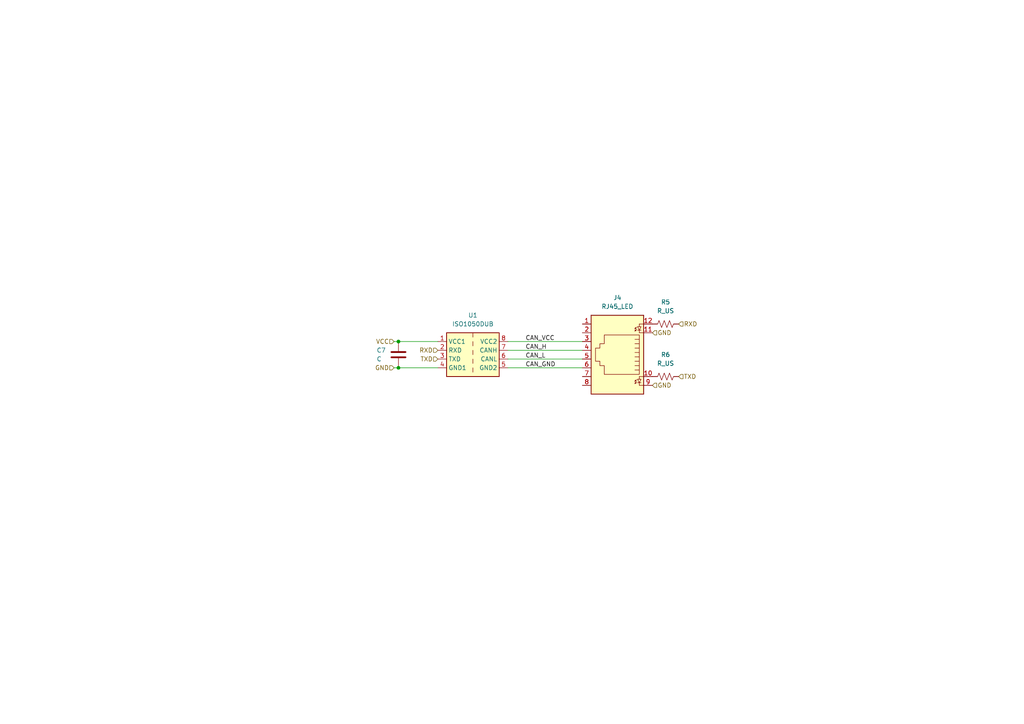
<source format=kicad_sch>
(kicad_sch (version 20210621) (generator eeschema)
  (paper "A4")
  (lib_symbols
    (symbol "Connector:RJ45_LED" (pin_names (offset 1.016))
      (property "Reference" "J" (at -5.08 13.97 0))
      (property "Value" "RJ45_LED" (at 1.27 13.97 0))
      (symbol "RJ45_LED_0_1"
        (polyline (pts (xy -7.62 -7.62) (xy -6.35 -7.62)))
        (polyline (pts (xy -7.62 -5.08) (xy -6.35 -5.08)))
        (polyline (pts (xy -7.62 7.62) (xy -6.35 7.62)))
        (polyline (pts (xy -7.62 10.16) (xy -6.35 10.16)))
        (polyline (pts (xy -6.858 -5.842) (xy -5.842 -5.842)))
        (polyline (pts (xy -6.858 9.398) (xy -5.842 9.398)))
        (polyline (pts (xy -6.35 -7.62) (xy -6.35 -6.858)))
        (polyline (pts (xy -6.35 -5.08) (xy -6.35 -5.842)))
        (polyline (pts (xy -6.35 7.62) (xy -6.35 8.382)))
        (polyline (pts (xy -6.35 10.16) (xy -6.35 9.398)))
        (polyline (pts (xy -5.08 -6.223) (xy -5.207 -6.604)))
        (polyline (pts (xy -5.08 -5.588) (xy -5.207 -5.969)))
        (polyline (pts (xy -5.08 4.445) (xy -6.35 4.445)))
        (polyline (pts (xy -5.08 5.715) (xy -6.35 5.715)))
        (polyline (pts (xy -5.08 9.017) (xy -5.207 8.636)))
        (polyline (pts (xy -5.08 9.652) (xy -5.207 9.271)))
        (polyline (pts (xy -6.35 -3.175) (xy -5.08 -3.175) (xy -5.08 -3.175)))
        (polyline (pts (xy -6.35 -1.905) (xy -5.08 -1.905) (xy -5.08 -1.905)))
        (polyline (pts (xy -6.35 -0.635) (xy -5.08 -0.635) (xy -5.08 -0.635)))
        (polyline (pts (xy -6.35 0.635) (xy -5.08 0.635) (xy -5.08 0.635)))
        (polyline (pts (xy -6.35 1.905) (xy -5.08 1.905) (xy -5.08 1.905)))
        (polyline (pts (xy -5.588 -6.731) (xy -5.08 -6.223) (xy -5.461 -6.35)))
        (polyline (pts (xy -5.588 -6.096) (xy -5.08 -5.588) (xy -5.461 -5.715)))
        (polyline (pts (xy -5.588 8.509) (xy -5.08 9.017) (xy -5.461 8.89)))
        (polyline (pts (xy -5.588 9.144) (xy -5.08 9.652) (xy -5.461 9.525)))
        (polyline (pts (xy -5.08 3.175) (xy -6.35 3.175) (xy -6.35 3.175)))
        (polyline (pts (xy -6.35 -5.842) (xy -6.858 -6.858) (xy -5.842 -6.858) (xy -6.35 -5.842)))
        (polyline (pts (xy -6.35 9.398) (xy -6.858 8.382) (xy -5.842 8.382) (xy -6.35 9.398)))
        (polyline (pts (xy -6.35 -4.445) (xy -6.35 6.985) (xy 3.81 6.985) (xy 3.81 4.445) (xy 5.08 4.445) (xy 5.08 3.175) (xy 6.35 3.175) (xy 6.35 -0.635) (xy 5.08 -0.635) (xy 5.08 -1.905) (xy 3.81 -1.905) (xy 3.81 -4.445) (xy -6.35 -4.445) (xy -6.35 -4.445)))
        (rectangle (start 7.62 12.7) (end -7.62 -10.16) (stroke (width 0.254)) (fill (type background)))
      )
      (symbol "RJ45_LED_1_1"
        (pin passive line (at 10.16 -7.62 180) (length 2.54) (name "~") (number "1"))
        (pin passive line (at -10.16 7.62 0) (length 2.54) (name "~") (number "10"))
        (pin passive line (at -10.16 -5.08 0) (length 2.54) (name "~") (number "11"))
        (pin passive line (at -10.16 -7.62 0) (length 2.54) (name "~") (number "12"))
        (pin passive line (at 10.16 -5.08 180) (length 2.54) (name "~") (number "2"))
        (pin passive line (at 10.16 -2.54 180) (length 2.54) (name "~") (number "3"))
        (pin passive line (at 10.16 0 180) (length 2.54) (name "~") (number "4"))
        (pin passive line (at 10.16 2.54 180) (length 2.54) (name "~") (number "5"))
        (pin passive line (at 10.16 5.08 180) (length 2.54) (name "~") (number "6"))
        (pin passive line (at 10.16 7.62 180) (length 2.54) (name "~") (number "7"))
        (pin passive line (at 10.16 10.16 180) (length 2.54) (name "~") (number "8"))
        (pin passive line (at -10.16 10.16 0) (length 2.54) (name "~") (number "9"))
      )
    )
    (symbol "Device:C" (pin_numbers hide) (pin_names (offset 0.254))
      (property "Reference" "C" (at 0.635 2.54 0))
      (property "Value" "C" (at 0.635 -2.54 0))
      (symbol "C_0_1"
        (polyline (pts (xy -2.032 -0.762) (xy 2.032 -0.762)) (stroke (width 0.508)))
        (polyline (pts (xy -2.032 0.762) (xy 2.032 0.762)) (stroke (width 0.508)))
      )
      (symbol "C_1_1"
        (pin passive line (at 0 3.81 270) (length 2.794) (name "~") (number "1"))
        (pin passive line (at 0 -3.81 90) (length 2.794) (name "~") (number "2"))
      )
    )
    (symbol "Device:R_US" (pin_numbers hide) (pin_names (offset 0))
      (property "Reference" "R" (at 2.54 0 90))
      (property "Value" "R_US" (at -2.54 0 90))
      (symbol "R_US_0_1"
        (polyline (pts (xy 0 -2.286) (xy 0 -2.54)))
        (polyline (pts (xy 0 2.286) (xy 0 2.54)))
        (polyline (pts (xy 0 -0.762) (xy 1.016 -1.143) (xy 0 -1.524) (xy -1.016 -1.905) (xy 0 -2.286)))
        (polyline (pts (xy 0 0.762) (xy 1.016 0.381) (xy 0 0) (xy -1.016 -0.381) (xy 0 -0.762)))
        (polyline (pts (xy 0 2.286) (xy 1.016 1.905) (xy 0 1.524) (xy -1.016 1.143) (xy 0 0.762)))
      )
      (symbol "R_US_1_1"
        (pin passive line (at 0 3.81 270) (length 1.27) (name "~") (number "1"))
        (pin passive line (at 0 -3.81 90) (length 1.27) (name "~") (number "2"))
      )
    )
    (symbol "Interface_CAN_LIN:ISO1050DUB"
      (property "Reference" "U" (at -6.35 6.35 0))
      (property "Value" "ISO1050DUB" (at 2.54 6.35 0))
      (symbol "ISO1050DUB_0_1"
        (rectangle (start -7.62 5.08) (end 7.62 -7.62) (stroke (width 0.254)) (fill (type background)))
        (polyline (pts (xy 0 -5.08) (xy 0 -6.35)))
        (polyline (pts (xy 0 -2.54) (xy 0 -3.81)))
        (polyline (pts (xy 0 0) (xy 0 -1.27)))
        (polyline (pts (xy 0 2.54) (xy 0 1.27)))
        (polyline (pts (xy 0 5.08) (xy 0 3.81)))
      )
      (symbol "ISO1050DUB_1_1"
        (pin power_in line (at -10.16 2.54 0) (length 2.54) (name "VCC1") (number "1"))
        (pin output line (at -10.16 0 0) (length 2.54) (name "RXD") (number "2"))
        (pin input line (at -10.16 -2.54 0) (length 2.54) (name "TXD") (number "3"))
        (pin power_in line (at -10.16 -5.08 0) (length 2.54) (name "GND1") (number "4"))
        (pin power_in line (at 10.16 -5.08 180) (length 2.54) (name "GND2") (number "5"))
        (pin bidirectional line (at 10.16 -2.54 180) (length 2.54) (name "CANL") (number "6"))
        (pin bidirectional line (at 10.16 0 180) (length 2.54) (name "CANH") (number "7"))
        (pin power_in line (at 10.16 2.54 180) (length 2.54) (name "VCC2") (number "8"))
      )
    )
  )
  (junction (at 115.57 106.68))
  (junction (at 115.57 99.06))
  (wire (pts (xy 127 99.06) (xy 115.57 99.06)))
  (wire (pts (xy 147.32 104.14) (xy 168.91 104.14)))
  (wire (pts (xy 115.57 99.06) (xy 114.3 99.06)))
  (wire (pts (xy 168.91 106.68) (xy 147.32 106.68)))
  (wire (pts (xy 115.57 106.68) (xy 114.3 106.68)))
  (wire (pts (xy 147.32 99.06) (xy 168.91 99.06)))
  (wire (pts (xy 127 106.68) (xy 115.57 106.68)))
  (wire (pts (xy 147.32 101.6) (xy 168.91 101.6)))
  (label "CAN_L" (at 152.4 104.14 0))
  (label "CAN_VCC" (at 152.4 99.06 0))
  (label "CAN_H" (at 152.4 101.6 0))
  (label "CAN_GND" (at 152.4 106.68 0))
  (hierarchical_label "TXD" (shape input) (at 127 104.14 180))
  (hierarchical_label "RXD" (shape input) (at 196.85 93.98 0))
  (hierarchical_label "GND" (shape input) (at 189.23 96.52 0))
  (hierarchical_label "RXD" (shape input) (at 127 101.6 180))
  (hierarchical_label "GND" (shape input) (at 189.23 111.76 0))
  (hierarchical_label "TXD" (shape input) (at 196.85 109.22 0))
  (hierarchical_label "GND" (shape input) (at 114.3 106.68 180))
  (hierarchical_label "VCC" (shape input) (at 114.3 99.06 180))
  (symbol (lib_id "Device:R_US") (at 193.04 109.22 90) (unit 1)
    (property "Reference" "R6" (at 193.04 102.87 90))
    (property "Value" "R_US" (at 193.04 105.41 90))
  )
  (symbol (lib_id "Device:R_US") (at 193.04 93.98 90) (unit 1)
    (property "Reference" "R5" (at 193.04 87.63 90))
    (property "Value" "R_US" (at 193.04 90.17 90))
  )
  (symbol (lib_id "Device:C") (at 115.57 102.87 0) (unit 1)
    (property "Reference" "C7" (at 109.22 101.6 0) (effects (justify left)))
    (property "Value" "C" (at 109.22 104.14 0) (effects (justify left)))
  )
  (symbol (lib_id "Interface_CAN_LIN:ISO1050DUB") (at 137.16 101.6 0) (unit 1)
    (property "Reference" "U1" (at 137.16 91.44 0))
    (property "Value" "ISO1050DUB" (at 137.16 93.98 0))
    (property "Footprint" "Package_SO:SOP-8_6.62x9.15mm_P2.54mm" (effects hide))
    (property "Datasheet" "http://www.ti.com/lit/ds/symlink/iso1050.pdf" (effects hide))
  )
  (symbol (lib_id "Connector:RJ45_LED") (at 179.07 101.6 180) (unit 1)
    (property "Reference" "J4" (at 179.07 86.36 0))
    (property "Value" "RJ45_LED" (at 179.07 88.9 0))
    (property "Footprint" "Connector_RJ:RJ45_Amphenol_RJHSE538X" (effects hide))
  )
)
</source>
